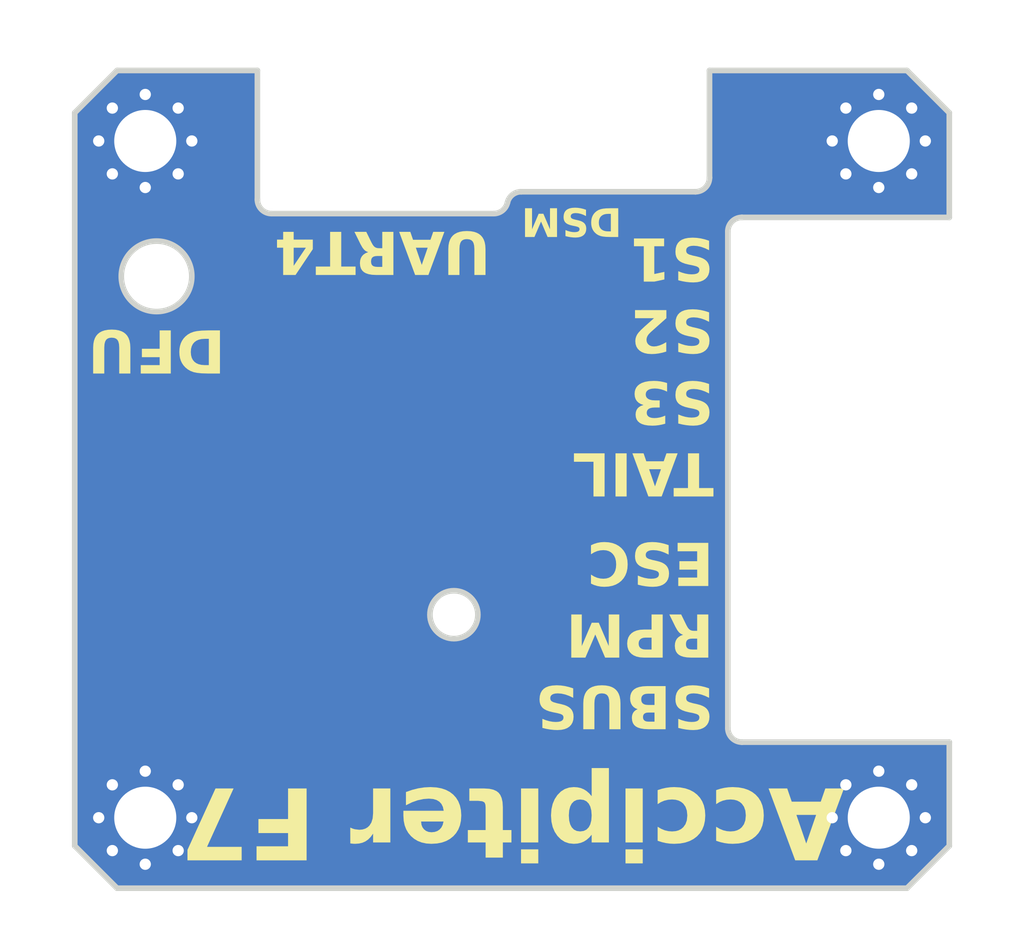
<source format=kicad_pcb>
(kicad_pcb (version 20221018) (generator pcbnew)
  (layers (0 "F.Cu" signal) (31 "B.Cu" signal) (34 "B.Paste" user) (35 "F.Paste" user) (36 "B.SilkS" user "B.Silkscreen") (37 "F.SilkS" user "F.Silkscreen") (38 "B.Mask" user) (39 "F.Mask" user) (44 "Edge.Cuts" user))
  (net 0 "")
  (net 1 "GND")
  (footprint "MountingHole:MountingHole_2.2mm_M2_Pad_Via" (layer "F.Cu") (at 134.06 72.7)
    (fp_text reference "H3" hide)
    (fp_text value "MountingHole")
    (pad "1" thru_hole circle (at -1.65 0) (size 0.7 0.7) (drill 0.4) (layers "*.Cu" "*.Mask") (net 1 "GND"))
    (pad "1" thru_hole circle (at -1.166726 -1.166726) (size 0.7 0.7) (drill 0.4) (layers "*.Cu" "*.Mask") (net 1 "GND"))
    (pad "1" thru_hole circle (at -1.166726 1.166726) (size 0.7 0.7) (drill 0.4) (layers "*.Cu" "*.Mask") (net 1 "GND"))
    (pad "1" thru_hole circle (at 0 -1.65) (size 0.7 0.7) (drill 0.4) (layers "*.Cu" "*.Mask") (net 1 "GND"))
    (pad "1" thru_hole circle (at 0 0) (size 4.4 4.4) (drill 2.2) (layers "*.Cu" "*.Mask") (net 1 "GND"))
    (pad "1" thru_hole circle (at 0 1.65) (size 0.7 0.7) (drill 0.4) (layers "*.Cu" "*.Mask") (net 1 "GND"))
    (pad "1" thru_hole circle (at 1.166726 -1.166726) (size 0.7 0.7) (drill 0.4) (layers "*.Cu" "*.Mask") (net 1 "GND"))
    (pad "1" thru_hole circle (at 1.166726 1.166726) (size 0.7 0.7) (drill 0.4) (layers "*.Cu" "*.Mask") (net 1 "GND"))
    (pad "1" thru_hole circle (at 1.65 0) (size 0.7 0.7) (drill 0.4) (layers "*.Cu" "*.Mask") (net 1 "GND"))
  )
  (footprint "MountingHole:MountingHole_2.2mm_M2_Pad_Via" (layer "F.Cu") (at 134.06 48.7)
    (fp_text reference "H1" hide)
    (fp_text value "MountingHole")
    (pad "1" thru_hole circle (at -1.65 0) (size 0.7 0.7) (drill 0.4) (layers "*.Cu" "*.Mask") (net 1 "GND"))
    (pad "1" thru_hole circle (at -1.166726 -1.166726) (size 0.7 0.7) (drill 0.4) (layers "*.Cu" "*.Mask") (net 1 "GND"))
    (pad "1" thru_hole circle (at -1.166726 1.166726) (size 0.7 0.7) (drill 0.4) (layers "*.Cu" "*.Mask") (net 1 "GND"))
    (pad "1" thru_hole circle (at 0 -1.65) (size 0.7 0.7) (drill 0.4) (layers "*.Cu" "*.Mask") (net 1 "GND"))
    (pad "1" thru_hole circle (at 0 0) (size 4.4 4.4) (drill 2.2) (layers "*.Cu" "*.Mask") (net 1 "GND"))
    (pad "1" thru_hole circle (at 0 1.65) (size 0.7 0.7) (drill 0.4) (layers "*.Cu" "*.Mask") (net 1 "GND"))
    (pad "1" thru_hole circle (at 1.166726 -1.166726) (size 0.7 0.7) (drill 0.4) (layers "*.Cu" "*.Mask") (net 1 "GND"))
    (pad "1" thru_hole circle (at 1.166726 1.166726) (size 0.7 0.7) (drill 0.4) (layers "*.Cu" "*.Mask") (net 1 "GND"))
    (pad "1" thru_hole circle (at 1.65 0) (size 0.7 0.7) (drill 0.4) (layers "*.Cu" "*.Mask") (net 1 "GND"))
  )
  (footprint "MountingHole:MountingHole_2.2mm_M2_Pad_Via" (layer "F.Cu") (at 160.06 48.7)
    (fp_text reference "H4" hide)
    (fp_text value "MountingHole")
    (pad "1" thru_hole circle (at -1.65 0) (size 0.7 0.7) (drill 0.4) (layers "*.Cu" "*.Mask") (net 1 "GND"))
    (pad "1" thru_hole circle (at -1.166726 -1.166726) (size 0.7 0.7) (drill 0.4) (layers "*.Cu" "*.Mask") (net 1 "GND"))
    (pad "1" thru_hole circle (at -1.166726 1.166726) (size 0.7 0.7) (drill 0.4) (layers "*.Cu" "*.Mask") (net 1 "GND"))
    (pad "1" thru_hole circle (at 0 -1.65) (size 0.7 0.7) (drill 0.4) (layers "*.Cu" "*.Mask") (net 1 "GND"))
    (pad "1" thru_hole circle (at 0 0) (size 4.4 4.4) (drill 2.2) (layers "*.Cu" "*.Mask") (net 1 "GND"))
    (pad "1" thru_hole circle (at 0 1.65) (size 0.7 0.7) (drill 0.4) (layers "*.Cu" "*.Mask") (net 1 "GND"))
    (pad "1" thru_hole circle (at 1.166726 -1.166726) (size 0.7 0.7) (drill 0.4) (layers "*.Cu" "*.Mask") (net 1 "GND"))
    (pad "1" thru_hole circle (at 1.166726 1.166726) (size 0.7 0.7) (drill 0.4) (layers "*.Cu" "*.Mask") (net 1 "GND"))
    (pad "1" thru_hole circle (at 1.65 0) (size 0.7 0.7) (drill 0.4) (layers "*.Cu" "*.Mask") (net 1 "GND"))
  )
  (footprint "MountingHole:MountingHole_2.2mm_M2_Pad_Via" (layer "F.Cu") (at 160.06 72.7)
    (fp_text reference "H2" hide)
    (fp_text value "MountingHole")
    (pad "1" thru_hole circle (at -1.65 0) (size 0.7 0.7) (drill 0.4) (layers "*.Cu" "*.Mask") (net 1 "GND"))
    (pad "1" thru_hole circle (at -1.166726 -1.166726) (size 0.7 0.7) (drill 0.4) (layers "*.Cu" "*.Mask") (net 1 "GND"))
    (pad "1" thru_hole circle (at -1.166726 1.166726) (size 0.7 0.7) (drill 0.4) (layers "*.Cu" "*.Mask") (net 1 "GND"))
    (pad "1" thru_hole circle (at 0 -1.65) (size 0.7 0.7) (drill 0.4) (layers "*.Cu" "*.Mask") (net 1 "GND"))
    (pad "1" thru_hole circle (at 0 0) (size 4.4 4.4) (drill 2.2) (layers "*.Cu" "*.Mask") (net 1 "GND"))
    (pad "1" thru_hole circle (at 0 1.65) (size 0.7 0.7) (drill 0.4) (layers "*.Cu" "*.Mask") (net 1 "GND"))
    (pad "1" thru_hole circle (at 1.166726 -1.166726) (size 0.7 0.7) (drill 0.4) (layers "*.Cu" "*.Mask") (net 1 "GND"))
    (pad "1" thru_hole circle (at 1.166726 1.166726) (size 0.7 0.7) (drill 0.4) (layers "*.Cu" "*.Mask") (net 1 "GND"))
    (pad "1" thru_hole circle (at 1.65 0) (size 0.7 0.7) (drill 0.4) (layers "*.Cu" "*.Mask") (net 1 "GND"))
  )
  (gr_line (start 162.56 51.41) (end 162.56 47.7) (stroke (width 0.2)) (layer "Edge.Cuts"))
  (gr_line (start 131.56 73.7) (end 133.06 75.2) (stroke (width 0.2)) (layer "Edge.Cuts"))
  (gr_line (start 153.56 50.5) (end 147.385 50.5) (stroke (width 0.2)) (layer "Edge.Cuts"))
  (gr_arc (start 146.89782 50.8875) (mid 147.073752 50.608688) (end 147.385 50.5) (stroke (width 0.2)) (layer "Edge.Cuts"))
  (gr_arc (start 146.89782 50.8875) (mid 146.721888 51.166312) (end 146.410641 51.275) (stroke (width 0.2)) (layer "Edge.Cuts"))
  (gr_line (start 161.06 46.2) (end 154.06 46.2) (stroke (width 0.2)) (layer "Edge.Cuts"))
  (gr_line (start 162.56 70.02) (end 155.21 70.02) (stroke (width 0.2)) (layer "Edge.Cuts"))
  (gr_arc (start 154.71 51.91) (mid 154.856446 51.556447) (end 155.21 51.41) (stroke (width 0.2)) (layer "Edge.Cuts"))
  (gr_line (start 154.06 46.2) (end 154.06 50) (stroke (width 0.2)) (layer "Edge.Cuts"))
  (gr_line (start 161.06 75.2) (end 162.56 73.7) (stroke (width 0.2)) (layer "Edge.Cuts"))
  (gr_line (start 162.56 47.7) (end 161.06 46.2) (stroke (width 0.2)) (layer "Edge.Cuts"))
  (gr_line (start 138.035 46.2) (end 133.06 46.2) (stroke (width 0.2)) (layer "Edge.Cuts"))
  (gr_line (start 154.71 69.52) (end 154.71 51.91) (stroke (width 0.2)) (layer "Edge.Cuts"))
  (gr_circle (center 134.46 53.5) (end 135.71 53.5) (stroke (width 0.2)) (fill none) (layer "Edge.Cuts"))
  (gr_arc (start 138.535 51.275) (mid 138.181447 51.128553) (end 138.035 50.775) (stroke (width 0.2)) (layer "Edge.Cuts"))
  (gr_line (start 155.21 51.41) (end 162.56 51.41) (stroke (width 0.2)) (layer "Edge.Cuts"))
  (gr_arc (start 155.21 70.02) (mid 154.856444 69.873555) (end 154.71 69.52) (stroke (width 0.2)) (layer "Edge.Cuts"))
  (gr_circle (center 145 65.5) (end 145.85 65.5) (stroke (width 0.2)) (fill none) (layer "Edge.Cuts"))
  (gr_line (start 138.035 50.775) (end 138.035 46.2) (stroke (width 0.2)) (layer "Edge.Cuts"))
  (gr_line (start 162.56 73.7) (end 162.56 70.02) (stroke (width 0.2)) (layer "Edge.Cuts"))
  (gr_line (start 133.06 75.2) (end 161.06 75.2) (stroke (width 0.2)) (layer "Edge.Cuts"))
  (gr_line (start 146.410641 51.275) (end 138.535 51.275) (stroke (width 0.2)) (layer "Edge.Cuts"))
  (gr_line (start 133.06 46.2) (end 131.56 47.7) (stroke (width 0.2)) (layer "Edge.Cuts"))
  (gr_line (start 131.56 47.7) (end 131.56 73.7) (stroke (width 0.2)) (layer "Edge.Cuts"))
  (gr_arc (start 154.06 50) (mid 153.913553 50.353554) (end 153.56 50.5) (stroke (width 0.2)) (layer "Edge.Cuts"))
  (gr_text "RPM" (at 154.21 66.115 180) (layer "F.SilkS") (effects (font (size 1.5 1.5) (thickness 0.3) bold) (justify left)))
  (gr_text "S1" (at 154.21 52.78 180) (layer "F.SilkS") (effects (font (size 1.5 1.5) (thickness 0.3) bold) (justify left)))
  (gr_text "ESC" (at 154.21 63.575 180) (layer "F.SilkS") (effects (font (size 1.5 1.5) (thickness 0.3) bold) (justify left)))
  (gr_text "SBUS" (at 154.21 68.655 180) (layer "F.SilkS") (effects (font (size 1.5 1.5) (thickness 0.3) bold) (justify left)))
  (gr_text "Accipiter F7" (at 147.06 72.7 180) (layer "F.SilkS") (effects (font (size 2.5 2.5) (thickness 0.5) bold)))
  (gr_text "UART4" (at 142.472821 52.545 180) (layer "F.SilkS") (effects (font (size 1.5 1.5) (thickness 0.3) bold)))
  (gr_text "S3" (at 154.21 57.86 180) (layer "F.SilkS") (effects (font (size 1.5 1.5) (thickness 0.3) bold) (justify left)))
  (gr_text "TAIL" (at 154.21 60.4 180) (layer "F.SilkS") (effects (font (size 1.5 1.5) (thickness 0.3) bold) (justify left)))
  (gr_text "DFU" (at 134.46 56.04 180) (layer "F.SilkS") (effects (font (size 1.5 1.5) (thickness 0.3) bold)))
  (gr_text "DSM" (at 149.1725 51.5 180) (layer "F.SilkS") (effects (font (size 1 1) (thickness 0.2) bold)))
  (gr_text "S2" (at 154.21 55.32 180) (layer "F.SilkS") (effects (font (size 1.5 1.5) (thickness 0.3) bold) (justify left)))
  (zone (net 1) (net_name "GND") (layers "F&B.Cu") (connect_pads yes (clearance 0.5)) (min_thickness 0.25) (fill yes (thermal_gap 0.5) (thermal_bridge_width 0.5))
    (polygon (pts (xy 130.06 43.7) (xy 164.06 43.7) (xy 164.06 76.7) (xy 130.06 76.7)))
  )
)
</source>
